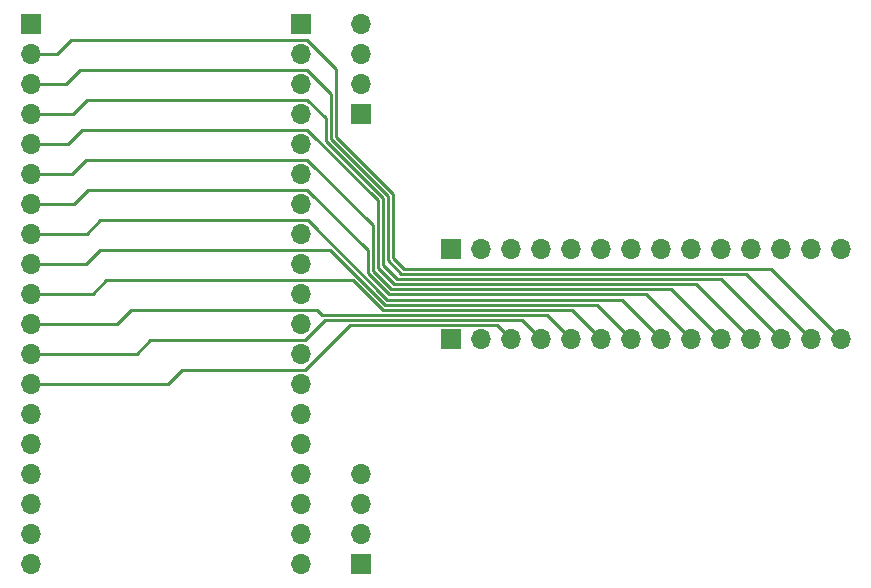
<source format=gbl>
G04 #@! TF.GenerationSoftware,KiCad,Pcbnew,5.1.6+dfsg1-1*
G04 #@! TF.CreationDate,2022-05-06T15:08:44-04:00*
G04 #@! TF.ProjectId,esp32-breadboard-adapter,65737033-322d-4627-9265-6164626f6172,rev?*
G04 #@! TF.SameCoordinates,Original*
G04 #@! TF.FileFunction,Copper,L4,Bot*
G04 #@! TF.FilePolarity,Positive*
%FSLAX46Y46*%
G04 Gerber Fmt 4.6, Leading zero omitted, Abs format (unit mm)*
G04 Created by KiCad (PCBNEW 5.1.6+dfsg1-1) date 2022-05-06 15:08:44*
%MOMM*%
%LPD*%
G01*
G04 APERTURE LIST*
G04 #@! TA.AperFunction,ComponentPad*
%ADD10O,1.700000X1.700000*%
G04 #@! TD*
G04 #@! TA.AperFunction,ComponentPad*
%ADD11R,1.700000X1.700000*%
G04 #@! TD*
G04 #@! TA.AperFunction,Conductor*
%ADD12C,0.228600*%
G04 #@! TD*
G04 APERTURE END LIST*
D10*
X231140000Y-93980000D03*
X228600000Y-93980000D03*
X226060000Y-93980000D03*
X223520000Y-93980000D03*
X220980000Y-93980000D03*
X218440000Y-93980000D03*
X215900000Y-93980000D03*
X213360000Y-93980000D03*
X210820000Y-93980000D03*
X208280000Y-93980000D03*
X205740000Y-93980000D03*
X203200000Y-93980000D03*
X200660000Y-93980000D03*
D11*
X198120000Y-93980000D03*
D10*
X231140000Y-101600000D03*
X228600000Y-101600000D03*
X226060000Y-101600000D03*
X223520000Y-101600000D03*
X220980000Y-101600000D03*
X218440000Y-101600000D03*
X215900000Y-101600000D03*
X213360000Y-101600000D03*
X210820000Y-101600000D03*
X208280000Y-101600000D03*
X205740000Y-101600000D03*
X203200000Y-101600000D03*
X200660000Y-101600000D03*
D11*
X198120000Y-101600000D03*
D10*
X190500000Y-113030000D03*
X190500000Y-115570000D03*
X190500000Y-118110000D03*
D11*
X190500000Y-120650000D03*
D10*
X190500000Y-74930000D03*
X190500000Y-77470000D03*
X190500000Y-80010000D03*
D11*
X190500000Y-82550000D03*
D10*
X185420000Y-120650000D03*
X185420000Y-118110000D03*
X185420000Y-115570000D03*
X185420000Y-113030000D03*
X185420000Y-110490000D03*
X185420000Y-107950000D03*
X185420000Y-105410000D03*
X185420000Y-102870000D03*
X185420000Y-100330000D03*
X185420000Y-97790000D03*
X185420000Y-95250000D03*
X185420000Y-92710000D03*
X185420000Y-90170000D03*
X185420000Y-87630000D03*
X185420000Y-85090000D03*
X185420000Y-82550000D03*
X185420000Y-80010000D03*
X185420000Y-77470000D03*
D11*
X185420000Y-74930000D03*
D10*
X162560000Y-120650000D03*
X162560000Y-118110000D03*
X162560000Y-115570000D03*
X162560000Y-113030000D03*
X162560000Y-110490000D03*
X162560000Y-107950000D03*
X162560000Y-105410000D03*
X162560000Y-102870000D03*
X162560000Y-100330000D03*
X162560000Y-97790000D03*
X162560000Y-95250000D03*
X162560000Y-92710000D03*
X162560000Y-90170000D03*
X162560000Y-87630000D03*
X162560000Y-85090000D03*
X162560000Y-82550000D03*
X162560000Y-80010000D03*
X162560000Y-77470000D03*
D11*
X162560000Y-74930000D03*
D12*
X185767467Y-104245699D02*
X175344301Y-104245699D01*
X189577467Y-100435699D02*
X185767467Y-104245699D01*
X202035699Y-100435699D02*
X189577467Y-100435699D01*
X203200000Y-101600000D02*
X202035699Y-100435699D01*
X174180000Y-105410000D02*
X162560000Y-105410000D01*
X175344301Y-104245699D02*
X174180000Y-105410000D01*
X205740000Y-101600000D02*
X204147089Y-100007089D01*
X185767467Y-101705699D02*
X172684301Y-101705699D01*
X187466077Y-100007089D02*
X185767467Y-101705699D01*
X204147089Y-100007089D02*
X187466077Y-100007089D01*
X171520000Y-102870000D02*
X162560000Y-102870000D01*
X172684301Y-101705699D02*
X171520000Y-102870000D01*
X208280000Y-101600000D02*
X206258479Y-99578479D01*
X186798741Y-99165699D02*
X171024301Y-99165699D01*
X187211521Y-99578479D02*
X186798741Y-99165699D01*
X206258479Y-99578479D02*
X187211521Y-99578479D01*
X169860000Y-100330000D02*
X162560000Y-100330000D01*
X171024301Y-99165699D02*
X169860000Y-100330000D01*
X167800000Y-97790000D02*
X162560000Y-97790000D01*
X168964301Y-96625699D02*
X167800000Y-97790000D01*
X189855699Y-96625699D02*
X168964301Y-96625699D01*
X192379869Y-99149869D02*
X189855699Y-96625699D01*
X208369869Y-99149869D02*
X192379869Y-99149869D01*
X210820000Y-101600000D02*
X208369869Y-99149869D01*
X213360000Y-101600000D02*
X210481259Y-98721259D01*
X210481259Y-98721259D02*
X192557405Y-98721259D01*
X187921845Y-94085699D02*
X168404301Y-94085699D01*
X192557405Y-98721259D02*
X187921845Y-94085699D01*
X167240000Y-95250000D02*
X162560000Y-95250000D01*
X168404301Y-94085699D02*
X167240000Y-95250000D01*
X215900000Y-101600000D02*
X212592649Y-98292649D01*
X212592649Y-98292649D02*
X192734941Y-98292649D01*
X185987991Y-91545699D02*
X168444301Y-91545699D01*
X192734941Y-98292649D02*
X185987991Y-91545699D01*
X167280000Y-92710000D02*
X162560000Y-92710000D01*
X168444301Y-91545699D02*
X167280000Y-92710000D01*
X218440000Y-101600000D02*
X214670000Y-97830000D01*
X214670000Y-97830000D02*
X192878438Y-97830000D01*
X192878438Y-97830000D02*
X191069219Y-96020781D01*
X185978865Y-89005699D02*
X167384301Y-89005699D01*
X191069219Y-94096053D02*
X185978865Y-89005699D01*
X191069219Y-96020781D02*
X191069219Y-94096053D01*
X166220000Y-90170000D02*
X162560000Y-90170000D01*
X167384301Y-89005699D02*
X166220000Y-90170000D01*
X220980000Y-101600000D02*
X216781390Y-97401390D01*
X216781390Y-97401390D02*
X193055974Y-97401390D01*
X185978865Y-86465699D02*
X167224301Y-86465699D01*
X191497829Y-91984663D02*
X185978865Y-86465699D01*
X191497829Y-95843245D02*
X191497829Y-91984663D01*
X193055974Y-97401390D02*
X191497829Y-95843245D01*
X166060000Y-87630000D02*
X167224301Y-86465699D01*
X162560000Y-87630000D02*
X166060000Y-87630000D01*
X223520000Y-101600000D02*
X218892780Y-96972780D01*
X193302780Y-96972780D02*
X191926439Y-95596439D01*
X218892780Y-96972780D02*
X193302780Y-96972780D01*
X185978865Y-83925699D02*
X166864301Y-83925699D01*
X191926439Y-89873273D02*
X185978865Y-83925699D01*
X191926439Y-95596439D02*
X191926439Y-89873273D01*
X165700000Y-85090000D02*
X162560000Y-85090000D01*
X166864301Y-83925699D02*
X165700000Y-85090000D01*
X226060000Y-101600000D02*
X221004170Y-96544170D01*
X193574170Y-96544170D02*
X192355049Y-95325049D01*
X221004170Y-96544170D02*
X193574170Y-96544170D01*
X192355049Y-95325049D02*
X192355048Y-89695736D01*
X192355048Y-89695736D02*
X187524656Y-84865344D01*
X185978865Y-81385699D02*
X167304301Y-81385699D01*
X187524656Y-82931490D02*
X185978865Y-81385699D01*
X187524656Y-84865344D02*
X187524656Y-82931490D01*
X166140000Y-82550000D02*
X162560000Y-82550000D01*
X167304301Y-81385699D02*
X166140000Y-82550000D01*
X228600000Y-101600000D02*
X223115560Y-96115560D01*
X193945560Y-96115560D02*
X192783657Y-94953657D01*
X223115560Y-96115560D02*
X193945560Y-96115560D01*
X192783657Y-89518199D02*
X187953266Y-84687808D01*
X192783657Y-94953657D02*
X192783657Y-89518199D01*
X185978865Y-78845699D02*
X166744301Y-78845699D01*
X187953266Y-80820100D02*
X185978865Y-78845699D01*
X187953266Y-84687808D02*
X187953266Y-80820100D01*
X165580000Y-80010000D02*
X162560000Y-80010000D01*
X166744301Y-78845699D02*
X165580000Y-80010000D01*
X225226950Y-95686950D02*
X194123096Y-95686950D01*
X231140000Y-101600000D02*
X225226950Y-95686950D01*
X193212267Y-94776121D02*
X193212266Y-89340662D01*
X194123096Y-95686950D02*
X193212267Y-94776121D01*
X185978865Y-76305699D02*
X165984301Y-76305699D01*
X188381876Y-78708710D02*
X185978865Y-76305699D01*
X188381876Y-84510272D02*
X188381876Y-78708710D01*
X193212266Y-89340662D02*
X188381876Y-84510272D01*
X164820000Y-77470000D02*
X162560000Y-77470000D01*
X165984301Y-76305699D02*
X164820000Y-77470000D01*
M02*

</source>
